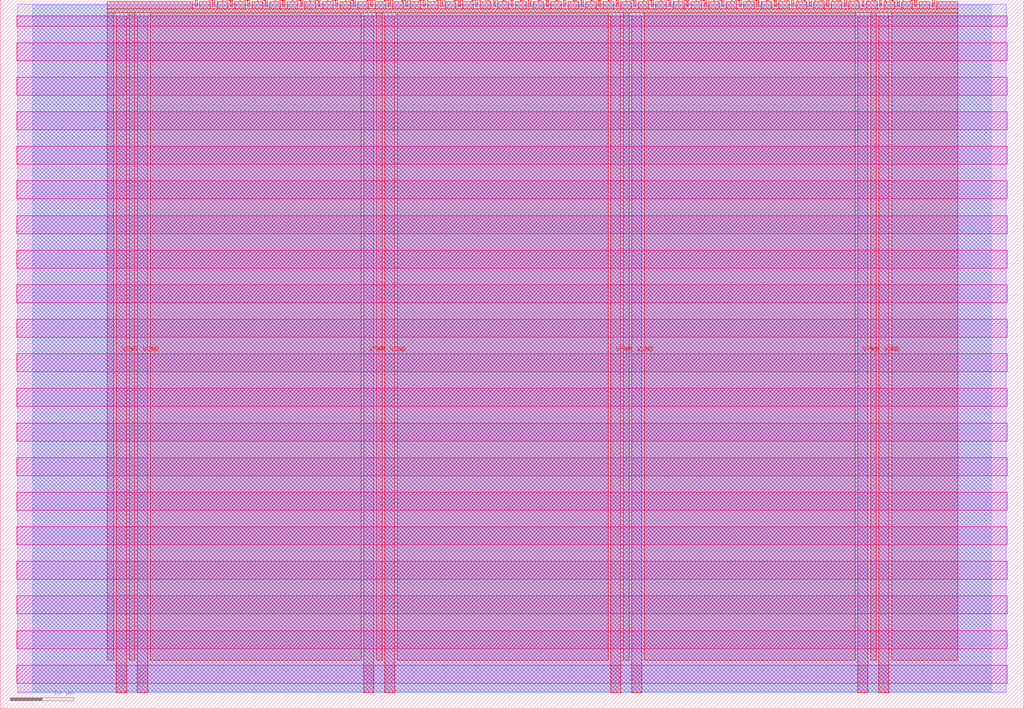
<source format=lef>
VERSION 5.7 ;
  NOWIREEXTENSIONATPIN ON ;
  DIVIDERCHAR "/" ;
  BUSBITCHARS "[]" ;
MACRO tt_um_rebeccargb_hardware_utf8
  CLASS BLOCK ;
  FOREIGN tt_um_rebeccargb_hardware_utf8 ;
  ORIGIN 0.000 0.000 ;
  SIZE 161.000 BY 111.520 ;
  PIN VGND
    DIRECTION INOUT ;
    USE GROUND ;
    PORT
      LAYER met4 ;
        RECT 21.580 2.480 23.180 109.040 ;
    END
    PORT
      LAYER met4 ;
        RECT 60.450 2.480 62.050 109.040 ;
    END
    PORT
      LAYER met4 ;
        RECT 99.320 2.480 100.920 109.040 ;
    END
    PORT
      LAYER met4 ;
        RECT 138.190 2.480 139.790 109.040 ;
    END
  END VGND
  PIN VPWR
    DIRECTION INOUT ;
    USE POWER ;
    PORT
      LAYER met4 ;
        RECT 18.280 2.480 19.880 109.040 ;
    END
    PORT
      LAYER met4 ;
        RECT 57.150 2.480 58.750 109.040 ;
    END
    PORT
      LAYER met4 ;
        RECT 96.020 2.480 97.620 109.040 ;
    END
    PORT
      LAYER met4 ;
        RECT 134.890 2.480 136.490 109.040 ;
    END
  END VPWR
  PIN clk
    DIRECTION INPUT ;
    USE SIGNAL ;
    ANTENNAGATEAREA 0.852000 ;
    PORT
      LAYER met4 ;
        RECT 143.830 110.520 144.130 111.520 ;
    END
  END clk
  PIN ena
    DIRECTION INPUT ;
    USE SIGNAL ;
    PORT
      LAYER met4 ;
        RECT 146.590 110.520 146.890 111.520 ;
    END
  END ena
  PIN rst_n
    DIRECTION INPUT ;
    USE SIGNAL ;
    ANTENNAGATEAREA 0.196500 ;
    PORT
      LAYER met4 ;
        RECT 141.070 110.520 141.370 111.520 ;
    END
  END rst_n
  PIN ui_in[0]
    DIRECTION INPUT ;
    USE SIGNAL ;
    ANTENNAGATEAREA 0.196500 ;
    PORT
      LAYER met4 ;
        RECT 138.310 110.520 138.610 111.520 ;
    END
  END ui_in[0]
  PIN ui_in[1]
    DIRECTION INPUT ;
    USE SIGNAL ;
    ANTENNAGATEAREA 0.159000 ;
    PORT
      LAYER met4 ;
        RECT 135.550 110.520 135.850 111.520 ;
    END
  END ui_in[1]
  PIN ui_in[2]
    DIRECTION INPUT ;
    USE SIGNAL ;
    ANTENNAGATEAREA 0.196500 ;
    PORT
      LAYER met4 ;
        RECT 132.790 110.520 133.090 111.520 ;
    END
  END ui_in[2]
  PIN ui_in[3]
    DIRECTION INPUT ;
    USE SIGNAL ;
    ANTENNAGATEAREA 0.196500 ;
    PORT
      LAYER met4 ;
        RECT 130.030 110.520 130.330 111.520 ;
    END
  END ui_in[3]
  PIN ui_in[4]
    DIRECTION INPUT ;
    USE SIGNAL ;
    ANTENNAGATEAREA 0.196500 ;
    PORT
      LAYER met4 ;
        RECT 127.270 110.520 127.570 111.520 ;
    END
  END ui_in[4]
  PIN ui_in[5]
    DIRECTION INPUT ;
    USE SIGNAL ;
    ANTENNAGATEAREA 0.159000 ;
    PORT
      LAYER met4 ;
        RECT 124.510 110.520 124.810 111.520 ;
    END
  END ui_in[5]
  PIN ui_in[6]
    DIRECTION INPUT ;
    USE SIGNAL ;
    ANTENNAGATEAREA 0.213000 ;
    PORT
      LAYER met4 ;
        RECT 121.750 110.520 122.050 111.520 ;
    END
  END ui_in[6]
  PIN ui_in[7]
    DIRECTION INPUT ;
    USE SIGNAL ;
    ANTENNAGATEAREA 0.159000 ;
    PORT
      LAYER met4 ;
        RECT 118.990 110.520 119.290 111.520 ;
    END
  END ui_in[7]
  PIN uio_in[0]
    DIRECTION INPUT ;
    USE SIGNAL ;
    ANTENNAGATEAREA 0.159000 ;
    PORT
      LAYER met4 ;
        RECT 116.230 110.520 116.530 111.520 ;
    END
  END uio_in[0]
  PIN uio_in[1]
    DIRECTION INPUT ;
    USE SIGNAL ;
    ANTENNAGATEAREA 0.213000 ;
    PORT
      LAYER met4 ;
        RECT 113.470 110.520 113.770 111.520 ;
    END
  END uio_in[1]
  PIN uio_in[2]
    DIRECTION INPUT ;
    USE SIGNAL ;
    ANTENNAGATEAREA 0.159000 ;
    PORT
      LAYER met4 ;
        RECT 110.710 110.520 111.010 111.520 ;
    END
  END uio_in[2]
  PIN uio_in[3]
    DIRECTION INPUT ;
    USE SIGNAL ;
    ANTENNAGATEAREA 0.159000 ;
    PORT
      LAYER met4 ;
        RECT 107.950 110.520 108.250 111.520 ;
    END
  END uio_in[3]
  PIN uio_in[4]
    DIRECTION INPUT ;
    USE SIGNAL ;
    ANTENNAGATEAREA 0.159000 ;
    PORT
      LAYER met4 ;
        RECT 105.190 110.520 105.490 111.520 ;
    END
  END uio_in[4]
  PIN uio_in[5]
    DIRECTION INPUT ;
    USE SIGNAL ;
    ANTENNAGATEAREA 0.213000 ;
    PORT
      LAYER met4 ;
        RECT 102.430 110.520 102.730 111.520 ;
    END
  END uio_in[5]
  PIN uio_in[6]
    DIRECTION INPUT ;
    USE SIGNAL ;
    ANTENNAGATEAREA 0.213000 ;
    PORT
      LAYER met4 ;
        RECT 99.670 110.520 99.970 111.520 ;
    END
  END uio_in[6]
  PIN uio_in[7]
    DIRECTION INPUT ;
    USE SIGNAL ;
    ANTENNAGATEAREA 0.159000 ;
    PORT
      LAYER met4 ;
        RECT 96.910 110.520 97.210 111.520 ;
    END
  END uio_in[7]
  PIN uio_oe[0]
    DIRECTION OUTPUT ;
    USE SIGNAL ;
    ANTENNADIFFAREA 0.445500 ;
    PORT
      LAYER met4 ;
        RECT 49.990 110.520 50.290 111.520 ;
    END
  END uio_oe[0]
  PIN uio_oe[1]
    DIRECTION OUTPUT ;
    USE SIGNAL ;
    ANTENNADIFFAREA 0.445500 ;
    PORT
      LAYER met4 ;
        RECT 47.230 110.520 47.530 111.520 ;
    END
  END uio_oe[1]
  PIN uio_oe[2]
    DIRECTION OUTPUT ;
    USE SIGNAL ;
    ANTENNADIFFAREA 0.445500 ;
    PORT
      LAYER met4 ;
        RECT 44.470 110.520 44.770 111.520 ;
    END
  END uio_oe[2]
  PIN uio_oe[3]
    DIRECTION OUTPUT ;
    USE SIGNAL ;
    ANTENNADIFFAREA 0.445500 ;
    PORT
      LAYER met4 ;
        RECT 41.710 110.520 42.010 111.520 ;
    END
  END uio_oe[3]
  PIN uio_oe[4]
    DIRECTION OUTPUT ;
    USE SIGNAL ;
    ANTENNADIFFAREA 0.445500 ;
    PORT
      LAYER met4 ;
        RECT 38.950 110.520 39.250 111.520 ;
    END
  END uio_oe[4]
  PIN uio_oe[5]
    DIRECTION OUTPUT ;
    USE SIGNAL ;
    ANTENNADIFFAREA 0.445500 ;
    PORT
      LAYER met4 ;
        RECT 36.190 110.520 36.490 111.520 ;
    END
  END uio_oe[5]
  PIN uio_oe[6]
    DIRECTION OUTPUT ;
    USE SIGNAL ;
    ANTENNADIFFAREA 0.445500 ;
    PORT
      LAYER met4 ;
        RECT 33.430 110.520 33.730 111.520 ;
    END
  END uio_oe[6]
  PIN uio_oe[7]
    DIRECTION OUTPUT ;
    USE SIGNAL ;
    ANTENNADIFFAREA 0.445500 ;
    PORT
      LAYER met4 ;
        RECT 30.670 110.520 30.970 111.520 ;
    END
  END uio_oe[7]
  PIN uio_out[0]
    DIRECTION OUTPUT ;
    USE SIGNAL ;
    ANTENNAGATEAREA 0.247500 ;
    ANTENNADIFFAREA 0.891000 ;
    PORT
      LAYER met4 ;
        RECT 72.070 110.520 72.370 111.520 ;
    END
  END uio_out[0]
  PIN uio_out[1]
    DIRECTION OUTPUT ;
    USE SIGNAL ;
    ANTENNAGATEAREA 0.247500 ;
    ANTENNADIFFAREA 0.891000 ;
    PORT
      LAYER met4 ;
        RECT 69.310 110.520 69.610 111.520 ;
    END
  END uio_out[1]
  PIN uio_out[2]
    DIRECTION OUTPUT ;
    USE SIGNAL ;
    ANTENNAGATEAREA 0.247500 ;
    ANTENNADIFFAREA 0.445500 ;
    PORT
      LAYER met4 ;
        RECT 66.550 110.520 66.850 111.520 ;
    END
  END uio_out[2]
  PIN uio_out[3]
    DIRECTION OUTPUT ;
    USE SIGNAL ;
    ANTENNAGATEAREA 0.247500 ;
    ANTENNADIFFAREA 0.445500 ;
    PORT
      LAYER met4 ;
        RECT 63.790 110.520 64.090 111.520 ;
    END
  END uio_out[3]
  PIN uio_out[4]
    DIRECTION OUTPUT ;
    USE SIGNAL ;
    ANTENNAGATEAREA 0.247500 ;
    ANTENNADIFFAREA 0.445500 ;
    PORT
      LAYER met4 ;
        RECT 61.030 110.520 61.330 111.520 ;
    END
  END uio_out[4]
  PIN uio_out[5]
    DIRECTION OUTPUT ;
    USE SIGNAL ;
    ANTENNAGATEAREA 0.247500 ;
    ANTENNADIFFAREA 0.445500 ;
    PORT
      LAYER met4 ;
        RECT 58.270 110.520 58.570 111.520 ;
    END
  END uio_out[5]
  PIN uio_out[6]
    DIRECTION OUTPUT ;
    USE SIGNAL ;
    ANTENNAGATEAREA 0.247500 ;
    ANTENNADIFFAREA 0.445500 ;
    PORT
      LAYER met4 ;
        RECT 55.510 110.520 55.810 111.520 ;
    END
  END uio_out[6]
  PIN uio_out[7]
    DIRECTION OUTPUT ;
    USE SIGNAL ;
    ANTENNAGATEAREA 0.247500 ;
    ANTENNADIFFAREA 0.445500 ;
    PORT
      LAYER met4 ;
        RECT 52.750 110.520 53.050 111.520 ;
    END
  END uio_out[7]
  PIN uo_out[0]
    DIRECTION OUTPUT ;
    USE SIGNAL ;
    ANTENNADIFFAREA 0.891000 ;
    PORT
      LAYER met4 ;
        RECT 94.150 110.520 94.450 111.520 ;
    END
  END uo_out[0]
  PIN uo_out[1]
    DIRECTION OUTPUT ;
    USE SIGNAL ;
    ANTENNADIFFAREA 0.891000 ;
    PORT
      LAYER met4 ;
        RECT 91.390 110.520 91.690 111.520 ;
    END
  END uo_out[1]
  PIN uo_out[2]
    DIRECTION OUTPUT ;
    USE SIGNAL ;
    ANTENNADIFFAREA 0.891000 ;
    PORT
      LAYER met4 ;
        RECT 88.630 110.520 88.930 111.520 ;
    END
  END uo_out[2]
  PIN uo_out[3]
    DIRECTION OUTPUT ;
    USE SIGNAL ;
    ANTENNADIFFAREA 0.891000 ;
    PORT
      LAYER met4 ;
        RECT 85.870 110.520 86.170 111.520 ;
    END
  END uo_out[3]
  PIN uo_out[4]
    DIRECTION OUTPUT ;
    USE SIGNAL ;
    ANTENNADIFFAREA 0.462000 ;
    PORT
      LAYER met4 ;
        RECT 83.110 110.520 83.410 111.520 ;
    END
  END uo_out[4]
  PIN uo_out[5]
    DIRECTION OUTPUT ;
    USE SIGNAL ;
    ANTENNADIFFAREA 0.891000 ;
    PORT
      LAYER met4 ;
        RECT 80.350 110.520 80.650 111.520 ;
    END
  END uo_out[5]
  PIN uo_out[6]
    DIRECTION OUTPUT ;
    USE SIGNAL ;
    ANTENNADIFFAREA 0.891000 ;
    PORT
      LAYER met4 ;
        RECT 77.590 110.520 77.890 111.520 ;
    END
  END uo_out[6]
  PIN uo_out[7]
    DIRECTION OUTPUT ;
    USE SIGNAL ;
    ANTENNADIFFAREA 0.891000 ;
    PORT
      LAYER met4 ;
        RECT 74.830 110.520 75.130 111.520 ;
    END
  END uo_out[7]
  OBS
      LAYER nwell ;
        RECT 2.570 107.385 158.430 108.990 ;
        RECT 2.570 101.945 158.430 104.775 ;
        RECT 2.570 96.505 158.430 99.335 ;
        RECT 2.570 91.065 158.430 93.895 ;
        RECT 2.570 85.625 158.430 88.455 ;
        RECT 2.570 80.185 158.430 83.015 ;
        RECT 2.570 74.745 158.430 77.575 ;
        RECT 2.570 69.305 158.430 72.135 ;
        RECT 2.570 63.865 158.430 66.695 ;
        RECT 2.570 58.425 158.430 61.255 ;
        RECT 2.570 52.985 158.430 55.815 ;
        RECT 2.570 47.545 158.430 50.375 ;
        RECT 2.570 42.105 158.430 44.935 ;
        RECT 2.570 36.665 158.430 39.495 ;
        RECT 2.570 31.225 158.430 34.055 ;
        RECT 2.570 25.785 158.430 28.615 ;
        RECT 2.570 20.345 158.430 23.175 ;
        RECT 2.570 14.905 158.430 17.735 ;
        RECT 2.570 9.465 158.430 12.295 ;
        RECT 2.570 4.025 158.430 6.855 ;
      LAYER li1 ;
        RECT 2.760 2.635 158.240 108.885 ;
      LAYER met1 ;
        RECT 2.760 2.480 158.240 110.800 ;
      LAYER met2 ;
        RECT 5.150 2.535 155.850 110.830 ;
      LAYER met3 ;
        RECT 5.125 2.555 155.875 110.665 ;
      LAYER met4 ;
        RECT 16.855 110.120 30.270 111.170 ;
        RECT 31.370 110.120 33.030 111.170 ;
        RECT 34.130 110.120 35.790 111.170 ;
        RECT 36.890 110.120 38.550 111.170 ;
        RECT 39.650 110.120 41.310 111.170 ;
        RECT 42.410 110.120 44.070 111.170 ;
        RECT 45.170 110.120 46.830 111.170 ;
        RECT 47.930 110.120 49.590 111.170 ;
        RECT 50.690 110.120 52.350 111.170 ;
        RECT 53.450 110.120 55.110 111.170 ;
        RECT 56.210 110.120 57.870 111.170 ;
        RECT 58.970 110.120 60.630 111.170 ;
        RECT 61.730 110.120 63.390 111.170 ;
        RECT 64.490 110.120 66.150 111.170 ;
        RECT 67.250 110.120 68.910 111.170 ;
        RECT 70.010 110.120 71.670 111.170 ;
        RECT 72.770 110.120 74.430 111.170 ;
        RECT 75.530 110.120 77.190 111.170 ;
        RECT 78.290 110.120 79.950 111.170 ;
        RECT 81.050 110.120 82.710 111.170 ;
        RECT 83.810 110.120 85.470 111.170 ;
        RECT 86.570 110.120 88.230 111.170 ;
        RECT 89.330 110.120 90.990 111.170 ;
        RECT 92.090 110.120 93.750 111.170 ;
        RECT 94.850 110.120 96.510 111.170 ;
        RECT 97.610 110.120 99.270 111.170 ;
        RECT 100.370 110.120 102.030 111.170 ;
        RECT 103.130 110.120 104.790 111.170 ;
        RECT 105.890 110.120 107.550 111.170 ;
        RECT 108.650 110.120 110.310 111.170 ;
        RECT 111.410 110.120 113.070 111.170 ;
        RECT 114.170 110.120 115.830 111.170 ;
        RECT 116.930 110.120 118.590 111.170 ;
        RECT 119.690 110.120 121.350 111.170 ;
        RECT 122.450 110.120 124.110 111.170 ;
        RECT 125.210 110.120 126.870 111.170 ;
        RECT 127.970 110.120 129.630 111.170 ;
        RECT 130.730 110.120 132.390 111.170 ;
        RECT 133.490 110.120 135.150 111.170 ;
        RECT 136.250 110.120 137.910 111.170 ;
        RECT 139.010 110.120 140.670 111.170 ;
        RECT 141.770 110.120 143.430 111.170 ;
        RECT 144.530 110.120 146.190 111.170 ;
        RECT 147.290 110.120 150.585 111.170 ;
        RECT 16.855 109.440 150.585 110.120 ;
        RECT 16.855 7.655 17.880 109.440 ;
        RECT 20.280 7.655 21.180 109.440 ;
        RECT 23.580 7.655 56.750 109.440 ;
        RECT 59.150 7.655 60.050 109.440 ;
        RECT 62.450 7.655 95.620 109.440 ;
        RECT 98.020 7.655 98.920 109.440 ;
        RECT 101.320 7.655 134.490 109.440 ;
        RECT 136.890 7.655 137.790 109.440 ;
        RECT 140.190 7.655 150.585 109.440 ;
  END
END tt_um_rebeccargb_hardware_utf8
END LIBRARY


</source>
